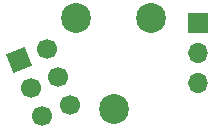
<source format=gbr>
%TF.GenerationSoftware,KiCad,Pcbnew,(6.0.8-1)-1*%
%TF.CreationDate,2024-01-05T14:00:28-06:00*%
%TF.ProjectId,Vishay 357 Pot Amplifier,56697368-6179-4203-9335-3720506f7420,rev?*%
%TF.SameCoordinates,Original*%
%TF.FileFunction,Soldermask,Bot*%
%TF.FilePolarity,Negative*%
%FSLAX46Y46*%
G04 Gerber Fmt 4.6, Leading zero omitted, Abs format (unit mm)*
G04 Created by KiCad (PCBNEW (6.0.8-1)-1) date 2024-01-05 14:00:28*
%MOMM*%
%LPD*%
G01*
G04 APERTURE LIST*
G04 Aperture macros list*
%AMHorizOval*
0 Thick line with rounded ends*
0 $1 width*
0 $2 $3 position (X,Y) of the first rounded end (center of the circle)*
0 $4 $5 position (X,Y) of the second rounded end (center of the circle)*
0 Add line between two ends*
20,1,$1,$2,$3,$4,$5,0*
0 Add two circle primitives to create the rounded ends*
1,1,$1,$2,$3*
1,1,$1,$4,$5*%
%AMRotRect*
0 Rectangle, with rotation*
0 The origin of the aperture is its center*
0 $1 length*
0 $2 width*
0 $3 Rotation angle, in degrees counterclockwise*
0 Add horizontal line*
21,1,$1,$2,0,0,$3*%
G04 Aperture macros list end*
%ADD10R,1.700000X1.700000*%
%ADD11O,1.700000X1.700000*%
%ADD12RotRect,1.700000X1.700000X22.000000*%
%ADD13HorizOval,1.700000X0.000000X0.000000X0.000000X0.000000X0*%
%ADD14C,2.533000*%
G04 APERTURE END LIST*
D10*
%TO.C,J2*%
X150088600Y-100406200D03*
D11*
X150088600Y-102946200D03*
X150088600Y-105486200D03*
%TD*%
D12*
%TO.C,J1*%
X134971959Y-103536485D03*
D13*
X137327006Y-102584984D03*
X135923460Y-105891532D03*
X138278507Y-104940031D03*
X136874960Y-108246579D03*
X139230007Y-107295078D03*
%TD*%
D14*
%TO.C,RV1*%
X146158600Y-99967400D03*
X142976600Y-107649400D03*
X139794600Y-99967400D03*
%TD*%
M02*

</source>
